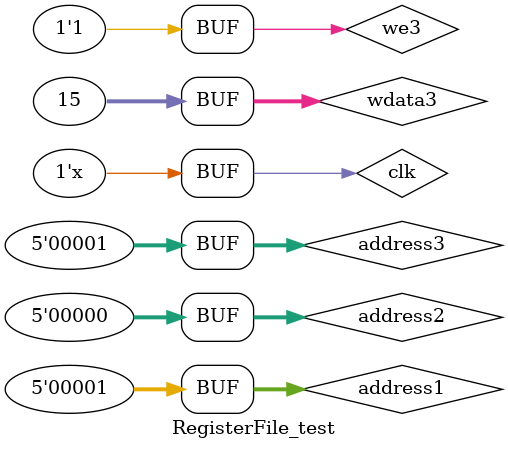
<source format=v>
`timescale 1ns / 1ps



module RegisterFile_test;

	// Inputs
	reg clk;
	reg we3;
	reg [4:0] address1;
	reg [4:0] address2;
	reg [4:0] address3;
	reg [31:0] wdata3;

	// Outputs
	wire [31:0] rdata1;
	wire [31:0] rdata2;

	// Instantiate the Unit Under Test (UUT)
	RegisterFile uut (
		.clk(clk), 
		.we3(we3), 
		.address1(address1), 
		.address2(address2), 
		.address3(address3), 
		.wdata3(wdata3), 
		.rdata1(rdata1), 
		.rdata2(rdata2)
	);

	initial begin
		// Initialize Inputs
		clk = 0;
		we3 = 0;
		address1 = 1;
		address2 = 0;
		address3 = 1;
		wdata3 = 15;

		// Wait 100 ns for global reset to finish
		#100;
		we3=1;
		// Add stimulus here

	end
      always begin #20 clk=~clk; end
endmodule


</source>
